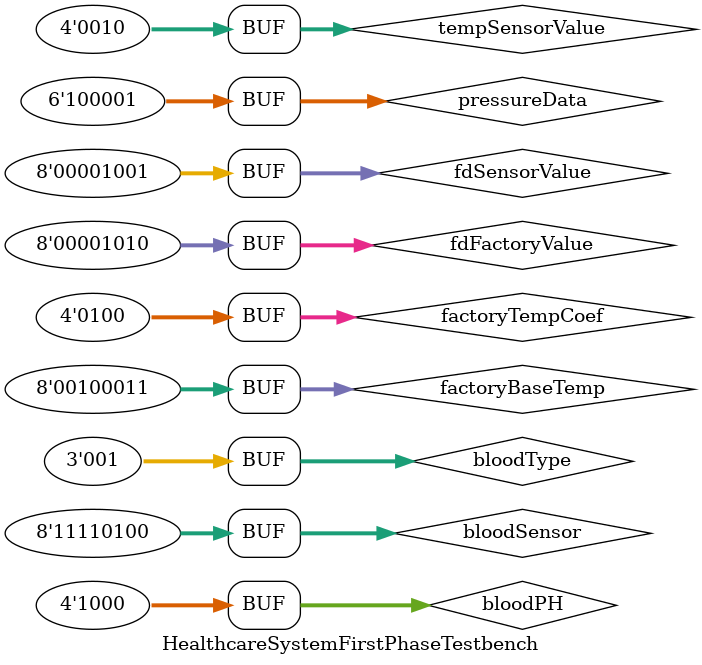
<source format=v>

module HealthcareSystemFirstPhaseTestbench ();


	// inputs
	reg [5:0] pressureData;
	reg [3:0] bloodPH;
	reg [2:0] bloodType;
	reg [7:0] fdSensorValue;
	reg [7:0] fdFactoryValue;
	reg [7:0] bloodSensor;
	reg [7:0] factoryBaseTemp;
	reg [3:0] factoryTempCoef;
	reg [3:0] tempSensorValue;

	// outputs
	wire presureAbnormality;
	wire bloodAbnormality;
	wire fallDetected;
	wire [3:0] glycemicIndex;
	wire temperatureAbnormality;

	HealthcareSystemFirstPhase HealthcareSystemFirstPhaseUnderTest (
		.pressureData          (pressureData          ),
		.bloodPH               (bloodPH               ),
		.bloodType             (bloodType             ),
		.fdSensorValue         (fdSensorValue         ),
		.fdFactoryValue        (fdFactoryValue        ),
		.bloodSensor           (bloodSensor           ),
		.factoryBaseTemp       (factoryBaseTemp       ),
		.factoryTempCoef       (factoryTempCoef       ),
		.tempSensorValue       (tempSensorValue       ),
		.presureAbnormality    (presureAbnormality    ),
		.bloodAbnormality      (bloodAbnormality      ),
		.fallDetected          (fallDetected          ),
		.glycemicIndex         (glycemicIndex         ),
		.temperatureAbnormality(temperatureAbnormality)
	);

	initial 
	begin 
		// test #1
		pressureData = 6'b000001; // presureAbnormality = 0
		bloodPH = 4'b0000; 	bloodType = 3'b000; // bloodAbnormality = 1
		fdSensorValue = 10; fdFactoryValue = 10; // fallDetected = 1 
		factoryBaseTemp = 30; factoryTempCoef = 4; tempSensorValue = 2; // temperatureAbnormality = 1
		bloodSensor = 8'b10000100; // glycemicIndex = 5
		#100;
		// test #2
		pressureData = 6'b100001; // presureAbnormality = 1
		bloodPH = 4'b1000; 	bloodType = 3'b001; // bloodAbnormality = 0
		fdSensorValue = 9; fdFactoryValue = 10; // fallDetected = 0 
		factoryBaseTemp = 35; factoryTempCoef = 4; tempSensorValue = 2; // temperatureAbnormality = 0
		bloodSensor = 8'b11110100; // glycemicIndex = 2
		#100;
	end


endmodule
</source>
